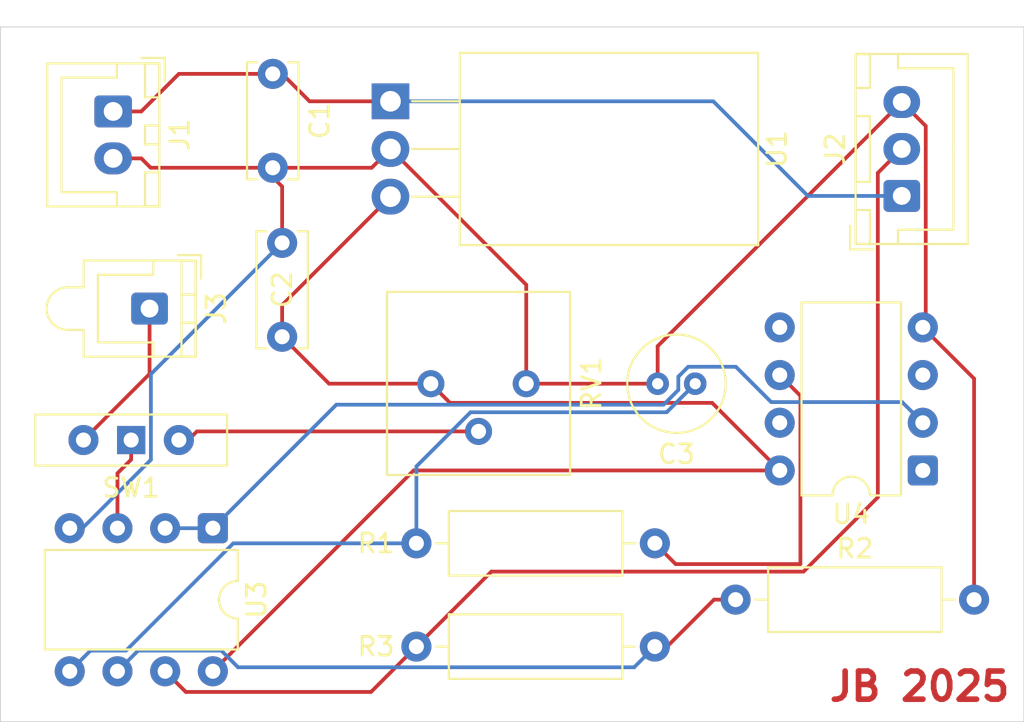
<source format=kicad_pcb>
(kicad_pcb (version 20241229) (generator "pcbnew") (generator_version "9.0")
  (layers (0 "F.Cu" signal) (2 "B.Cu" signal) (13 "F.Paste" user) (15 "B.Paste" user) (5 "F.SilkS" user "F.Silkscreen") (7 "B.SilkS" user "B.Silkscreen") (1 "F.Mask" user) (3 "B.Mask" user) (25 "Edge.Cuts" user))
  (net 0 "")
  (net 1 "GND")
  (net 2 "/5V")
  (net 3 "Net-(U3B-+)")
  (net 4 "/0-10V")
  (net 5 "Net-(U3B--)")
  (net 7 "Net-(U4-PB1)")
  (net 11 "12V")
  (net 12 "/ECU Input")
  (net 13 "/Input")
  (net 14 "/Testing 0-5V")
  (net 15 "/op-amped signal")
  (footprint "Connector_JST:JST_XH_B2B-XH-A_1x02_P2.50mm_Vertical" (layer "F.Cu") (at 50.5 37.5 -90)
    (property "Reference" "J1" (at 1.25 -3.55 90) (layer "F.SilkS"))
    (property "Value" "12V and GND")
    (fp_line (start -2.56 3.51) (end 5.06 3.51) (stroke (width 0.12)) (layer "F.SilkS"))
    (fp_line (start 5.06 3.51) (end 5.06 -2.46) (stroke (width 0.12)) (layer "F.SilkS"))
    (fp_line (start -1.8 2.75) (end 1.25 2.75) (stroke (width 0.12)) (layer "F.SilkS"))
    (fp_line (start 4.3 2.75) (end 1.25 2.75) (stroke (width 0.12)) (layer "F.SilkS"))
    (fp_line (start -2.55 -0.2) (end -1.8 -0.2) (stroke (width 0.12)) (layer "F.SilkS"))
    (fp_line (start -1.8 -0.2) (end -1.8 2.75) (stroke (width 0.12)) (layer "F.SilkS"))
    (fp_line (start 4.3 -0.2) (end 4.3 2.75) (stroke (width 0.12)) (layer "F.SilkS"))
    (fp_line (start 5.05 -0.2) (end 4.3 -0.2) (stroke (width 0.12)) (layer "F.SilkS"))
    (fp_line (start -2.55 -1.7) (end -0.75 -1.7) (stroke (width 0.12)) (layer "F.SilkS"))
    (fp_line (start -0.75 -1.7) (end -0.75 -2.45) (stroke (width 0.12)) (layer "F.SilkS"))
    (fp_line (start 0.75 -1.7) (end 1.75 -1.7) (stroke (width 0.12)) (layer "F.SilkS"))
    (fp_line (start 1.75 -1.7) (end 1.75 -2.45) (stroke (width 0.12)) (layer "F.SilkS"))
    (fp_line (start 3.25 -1.7) (end 5.05 -1.7) (stroke (width 0.12)) (layer "F.SilkS"))
    (fp_line (start 5.05 -1.7) (end 5.05 -2.45) (stroke (width 0.12)) (layer "F.SilkS"))
    (fp_line (start -2.55 -2.45) (end -2.55 -1.7) (stroke (width 0.12)) (layer "F.SilkS"))
    (fp_line (start -0.75 -2.45) (end -2.55 -2.45) (stroke (width 0.12)) (layer "F.SilkS"))
    (fp_line (start 0.75 -2.45) (end 0.75 -1.7) (stroke (width 0.12)) (layer "F.SilkS"))
    (fp_line (start 1.75 -2.45) (end 0.75 -2.45) (stroke (width 0.12)) (layer "F.SilkS"))
    (fp_line (start 3.25 -2.45) (end 3.25 -1.7) (stroke (width 0.12)) (layer "F.SilkS"))
    (fp_line (start 5.05 -2.45) (end 3.25 -2.45) (stroke (width 0.12)) (layer "F.SilkS"))
    (fp_line (start -2.56 -2.46) (end -2.56 3.51) (stroke (width 0.12)) (layer "F.SilkS"))
    (fp_line (start 5.06 -2.46) (end -2.56 -2.46) (stroke (width 0.12)) (layer "F.SilkS"))
    (fp_line (start -2.85 -2.75) (end -2.85 -1.5) (stroke (width 0.12)) (layer "F.SilkS"))
    (fp_line (start -1.6 -2.75) (end -2.85 -2.75) (stroke (width 0.12)) (layer "F.SilkS"))
    (pad "1" thru_hole roundrect (at 0 0 270) (size 1.7 2) (drill 1) (layers "*.Cu" "*.Mask") (roundrect_rratio 0.147059) (net 11 "12V"))
    (pad "2" thru_hole oval (at 2.5 0 270) (size 1.7 2) (drill 1) (layers "*.Cu" "*.Mask") (net 1 "GND"))
  )
  (footprint "Resistor_THT:R_Axial_DIN0309_L9.0mm_D3.2mm_P12.70mm_Horizontal" (layer "F.Cu") (at 83.65 63.5)
    (property "Reference" "R2" (at 6.35 -2.72 0) (layer "F.SilkS"))
    (property "Value" "10k")
    (fp_line (start 1.04 0) (end 1.73 0) (stroke (width 0.12)) (layer "F.SilkS"))
    (fp_line (start 1.73 -1.72) (end 1.73 1.72) (stroke (width 0.12)) (layer "F.SilkS"))
    (fp_line (start 1.73 1.72) (end 10.97 1.72) (stroke (width 0.12)) (layer "F.SilkS"))
    (fp_line (start 10.97 -1.72) (end 1.73 -1.72) (stroke (width 0.12)) (layer "F.SilkS"))
    (fp_line (start 10.97 1.72) (end 10.97 -1.72) (stroke (width 0.12)) (layer "F.SilkS"))
    (fp_line (start 11.66 0) (end 10.97 0) (stroke (width 0.12)) (layer "F.SilkS"))
    (pad "1" thru_hole circle (at 0 0) (size 1.6 1.6) (drill 0.8) (layers "*.Cu" "*.Mask") (net 5 "Net-(U3B--)"))
    (pad "2" thru_hole oval (at 12.7 0) (size 1.6 1.6) (drill 0.8) (layers "*.Cu" "*.Mask") (net 1 "GND"))
  )
  (footprint "Connector_JST:JST_XH_B1B-XH-AM_1x01_P2.50mm_Vertical" (layer "F.Cu") (at 52.44 48 -90)
    (property "Reference" "J3" (at 0 -3.55 90) (layer "F.SilkS"))
    (property "Value" "ECU Input")
    (fp_line (start -1.135 4.35) (end -1.135 3.51) (stroke (width 0.12)) (layer "F.SilkS"))
    (fp_line (start -2.56 3.51) (end -2.56 -2.46) (stroke (width 0.12)) (layer "F.SilkS"))
    (fp_line (start -1.135 3.51) (end -2.56 3.51) (stroke (width 0.12)) (layer "F.SilkS"))
    (fp_line (start 1.135 3.51) (end 1.135 4.35) (stroke (width 0.12)) (layer "F.SilkS"))
    (fp_line (start 2.56 3.51) (end 1.135 3.51) (stroke (width 0.12)) (layer "F.SilkS"))
    (fp_line (start -1.8 2.75) (end 0 2.75) (stroke (width 0.12)) (layer "F.SilkS"))
    (fp_line (start 1.8 2.75) (end 0 2.75) (stroke (width 0.12)) (layer "F.SilkS"))
    (fp_line (start -2.55 -0.2) (end -1.8 -0.2) (stroke (width 0.12)) (layer "F.SilkS"))
    (fp_line (start -1.8 -0.2) (end -1.8 2.75) (stroke (width 0.12)) (layer "F.SilkS"))
    (fp_line (start 1.8 -0.2) (end 1.8 2.75) (stroke (width 0.12)) (layer "F.SilkS"))
    (fp_line (start 2.55 -0.2) (end 1.8 -0.2) (stroke (width 0.12)) (layer "F.SilkS"))
    (fp_line (start -2.55 -1.7) (end -0.75 -1.7) (stroke (width 0.12)) (layer "F.SilkS"))
    (fp_line (start -0.75 -1.7) (end -0.75 -2.45) (stroke (width 0.12)) (layer "F.SilkS"))
    (fp_line (start -0.75 -1.7) (end -0.75 -2.45) (stroke (width 0.12)) (layer "F.SilkS"))
    (fp_line (start 0.75 -1.7) (end -0.75 -1.7) (stroke (width 0.12)) (layer "F.SilkS"))
    (fp_line (start 0.75 -1.7) (end 2.55 -1.7) (stroke (width 0.12)) (layer "F.SilkS"))
    (fp_line (start 2.55 -1.7) (end 2.55 -2.45) (stroke (width 0.12)) (layer "F.SilkS"))
    (fp_line (start -2.55 -2.45) (end -2.55 -1.7) (stroke (width 0.12)) (layer "F.SilkS"))
    (fp_line (start -0.75 -2.45) (end -2.55 -2.45) (stroke (width 0.12)) (layer "F.SilkS"))
    (fp_line (start -0.75 -2.45) (end 0.75 -2.45) (stroke (width 0.12)) (layer "F.SilkS"))
    (fp_line (start 0.75 -2.45) (end 0.75 -1.7) (stroke (width 0.12)) (layer "F.SilkS"))
    (fp_line (start 0.75 -2.45) (end 0.75 -1.7) (stroke (width 0.12)) (layer "F.SilkS"))
    (fp_line (start 2.55 -2.45) (end 0.75 -2.45) (stroke (width 0.12)) (layer "F.SilkS"))
    (fp_line (start -2.56 -2.46) (end 2.56 -2.46) (stroke (width 0.12)) (layer "F.SilkS"))
    (fp_line (start 2.56 -2.46) (end 2.56 3.51) (stroke (width 0.12)) (layer "F.SilkS"))
    (fp_line (start -2.85 -2.75) (end -2.85 -1.5) (stroke (width 0.12)) (layer "F.SilkS"))
    (fp_line (start -1.6 -2.75) (end -2.85 -2.75) (stroke (width 0.12)) (layer "F.SilkS"))
    (fp_arc (start 1.135 4.35) (mid 0 5.485) (end -1.135 4.35) (stroke (width 0.12)) (layer "F.SilkS"))
    (pad "" np_thru_hole circle (at 0 4.35 270) (size 1.75 1.75) (drill 1.75) (layers "*.Cu" "*.Mask"))
    (pad "1" thru_hole roundrect (at 0 0 270) (size 1.7 1.95) (drill 0.95) (layers "*.Cu" "*.Mask") (roundrect_rratio 0.147059) (net 12 "/ECU Input"))
  )
  (footprint "Package_DIP:DIP-8_W7.62mm" (layer "F.Cu") (at 55.81 59.695 -90)
    (property "Reference" "U3" (at 3.81 -2.33 90) (layer "F.SilkS"))
    (property "Value" "MCP6002-xP")
    (fp_line (start 1.16 8.95) (end 6.46 8.95) (stroke (width 0.12)) (layer "F.SilkS"))
    (fp_line (start 6.46 8.95) (end 6.46 -1.33) (stroke (width 0.12)) (layer "F.SilkS"))
    (fp_line (start 1.16 -1.33) (end 1.16 8.95) (stroke (width 0.12)) (layer "F.SilkS"))
    (fp_line (start 2.81 -1.33) (end 1.16 -1.33) (stroke (width 0.12)) (layer "F.SilkS"))
    (fp_line (start 6.46 -1.33) (end 4.81 -1.33) (stroke (width 0.12)) (layer "F.SilkS"))
    (fp_arc (start 4.81 -1.33) (mid 3.81 -0.33) (end 2.81 -1.33) (stroke (width 0.12)) (layer "F.SilkS"))
    (pad "1" thru_hole roundrect (at 0 0 270) (size 1.6 1.6) (drill 0.8) (layers "*.Cu" "*.Mask") (roundrect_rratio 0.15625) (net 15 "/op-amped signal"))
    (pad "2" thru_hole circle (at 0 2.54 270) (size 1.6 1.6) (drill 0.8) (layers "*.Cu" "*.Mask") (net 15 "/op-amped signal"))
    (pad "3" thru_hole circle (at 0 5.08 270) (size 1.6 1.6) (drill 0.8) (layers "*.Cu" "*.Mask") (net 13 "/Input"))
    (pad "4" thru_hole circle (at 0 7.62 270) (size 1.6 1.6) (drill 0.8) (layers "*.Cu" "*.Mask") (net 1 "GND"))
    (pad "5" thru_hole circle (at 7.62 7.62 270) (size 1.6 1.6) (drill 0.8) (layers "*.Cu" "*.Mask") (net 3 "Net-(U3B-+)"))
    (pad "6" thru_hole circle (at 7.62 5.08 270) (size 1.6 1.6) (drill 0.8) (layers "*.Cu" "*.Mask") (net 5 "Net-(U3B--)"))
    (pad "7" thru_hole circle (at 7.62 2.54 270) (size 1.6 1.6) (drill 0.8) (layers "*.Cu" "*.Mask") (net 4 "/0-10V"))
    (pad "8" thru_hole circle (at 7.62 0 270) (size 1.6 1.6) (drill 0.8) (layers "*.Cu" "*.Mask") (net 2 "/5V"))
  )
  (footprint "Connector_JST:JST_XH_B3B-XH-A_1x03_P2.50mm_Vertical" (layer "F.Cu") (at 92.5 42 90)
    (property "Reference" "J2" (at 2.5 -3.55 90) (layer "F.SilkS"))
    (property "Value" "12V / Signal / GND")
    (fp_line (start -1.6 -2.75) (end -2.85 -2.75) (stroke (width 0.12)) (layer "F.SilkS"))
    (fp_line (start -2.85 -2.75) (end -2.85 -1.5) (stroke (width 0.12)) (layer "F.SilkS"))
    (fp_line (start 7.56 -2.46) (end -2.56 -2.46) (stroke (width 0.12)) (layer "F.SilkS"))
    (fp_line (start -2.56 -2.46) (end -2.56 3.51) (stroke (width 0.12)) (layer "F.SilkS"))
    (fp_line (start 7.55 -2.45) (end 5.75 -2.45) (stroke (width 0.12)) (layer "F.SilkS"))
    (fp_line (start 5.75 -2.45) (end 5.75 -1.7) (stroke (width 0.12)) (layer "F.SilkS"))
    (fp_line (start 4.25 -2.45) (end 0.75 -2.45) (stroke (width 0.12)) (layer "F.SilkS"))
    (fp_line (start 0.75 -2.45) (end 0.75 -1.7) (stroke (width 0.12)) (layer "F.SilkS"))
    (fp_line (start -0.75 -2.45) (end -2.55 -2.45) (stroke (width 0.12)) (layer "F.SilkS"))
    (fp_line (start -2.55 -2.45) (end -2.55 -1.7) (stroke (width 0.12)) (layer "F.SilkS"))
    (fp_line (start 7.55 -1.7) (end 7.55 -2.45) (stroke (width 0.12)) (layer "F.SilkS"))
    (fp_line (start 5.75 -1.7) (end 7.55 -1.7) (stroke (width 0.12)) (layer "F.SilkS"))
    (fp_line (start 4.25 -1.7) (end 4.25 -2.45) (stroke (width 0.12)) (layer "F.SilkS"))
    (fp_line (start 0.75 -1.7) (end 4.25 -1.7) (stroke (width 0.12)) (layer "F.SilkS"))
    (fp_line (start -0.75 -1.7) (end -0.75 -2.45) (stroke (width 0.12)) (layer "F.SilkS"))
    (fp_line (start -2.55 -1.7) (end -0.75 -1.7) (stroke (width 0.12)) (layer "F.SilkS"))
    (fp_line (start 7.55 -0.2) (end 6.8 -0.2) (stroke (width 0.12)) (layer "F.SilkS"))
    (fp_line (start 6.8 -0.2) (end 6.8 2.75) (stroke (width 0.12)) (layer "F.SilkS"))
    (fp_line (start -1.8 -0.2) (end -1.8 2.75) (stroke (width 0.12)) (layer "F.SilkS"))
    (fp_line (start -2.55 -0.2) (end -1.8 -0.2) (stroke (width 0.12)) (layer "F.SilkS"))
    (fp_line (start 6.8 2.75) (end 2.5 2.75) (stroke (width 0.12)) (layer "F.SilkS"))
    (fp_line (start -1.8 2.75) (end 2.5 2.75) (stroke (width 0.12)) (layer "F.SilkS"))
    (fp_line (start 7.56 3.51) (end 7.56 -2.46) (stroke (width 0.12)) (layer "F.SilkS"))
    (fp_line (start -2.56 3.51) (end 7.56 3.51) (stroke (width 0.12)) (layer "F.SilkS"))
    (pad "1" thru_hole roundrect (at 0 0 90) (size 1.7 1.95) (drill 0.95) (layers "*.Cu" "*.Mask") (roundrect_rratio 0.147059) (net 11 "12V"))
    (pad "2" thru_hole oval (at 2.5 0 90) (size 1.7 1.95) (drill 0.95) (layers "*.Cu" "*.Mask") (net 4 "/0-10V"))
    (pad "3" thru_hole oval (at 5 0 90) (size 1.7 1.95) (drill 0.95) (layers "*.Cu" "*.Mask") (net 1 "GND"))
  )
  (footprint "Capacitor_THT:C_Disc_D6.0mm_W2.5mm_P5.00mm" (layer "F.Cu") (at 59 35.5 -90)
    (property "Reference" "C1" (at 2.5 -2.5 90) (layer "F.SilkS"))
    (property "Value" "0.33uF")
    (fp_line (start -0.62 1.37) (end 5.62 1.37) (stroke (width 0.12)) (layer "F.SilkS"))
    (fp_line (start -0.62 0.835) (end -0.62 1.37) (stroke (width 0.12)) (layer "F.SilkS"))
    (fp_line (start 5.62 0.835) (end 5.62 1.37) (stroke (width 0.12)) (layer "F.SilkS"))
    (fp_line (start -0.62 -1.37) (end -0.62 -0.835) (stroke (width 0.12)) (layer "F.SilkS"))
    (fp_line (start -0.62 -1.37) (end 5.62 -1.37) (stroke (width 0.12)) (layer "F.SilkS"))
    (fp_line (start 5.62 -1.37) (end 5.62 -0.835) (stroke (width 0.12)) (layer "F.SilkS"))
    (pad "1" thru_hole circle (at 0 0 270) (size 1.6 1.6) (drill 0.8) (layers "*.Cu" "*.Mask") (net 11 "12V"))
    (pad "2" thru_hole circle (at 5 0 270) (size 1.6 1.6) (drill 0.8) (layers "*.Cu" "*.Mask") (net 1 "GND"))
  )
  (footprint "Capacitor_THT:C_Disc_D6.0mm_W2.5mm_P5.00mm" (layer "F.Cu") (at 59.5 49.5 90)
    (property "Reference" "C2" (at 2.5 0 90) (layer "F.SilkS"))
    (property "Value" "0.1uF")
    (fp_line (start 5.62 -1.37) (end 5.62 -0.835) (stroke (width 0.12)) (layer "F.SilkS"))
    (fp_line (start -0.62 -1.37) (end 5.62 -1.37) (stroke (width 0.12)) (layer "F.SilkS"))
    (fp_line (start -0.62 -1.37) (end -0.62 -0.835) (stroke (width 0.12)) (layer "F.SilkS"))
    (fp_line (start 5.62 0.835) (end 5.62 1.37) (stroke (width 0.12)) (layer "F.SilkS"))
    (fp_line (start -0.62 0.835) (end -0.62 1.37) (stroke (width 0.12)) (layer "F.SilkS"))
    (fp_line (start -0.62 1.37) (end 5.62 1.37) (stroke (width 0.12)) (layer "F.SilkS"))
    (pad "1" thru_hole circle (at 0 0 90) (size 1.6 1.6) (drill 0.8) (layers "*.Cu" "*.Mask") (net 2 "/5V"))
    (pad "2" thru_hole circle (at 5 0 90) (size 1.6 1.6) (drill 0.8) (layers "*.Cu" "*.Mask") (net 1 "GND"))
  )
  (footprint "Package_DIP:DIP-8_W7.62mm" (layer "F.Cu") (at 93.62 56.62 180)
    (property "Reference" "U4" (at 3.81 -2.33 0) (layer "F.SilkS"))
    (property "Value" "ATtiny85-20P")
    (fp_line (start 6.46 8.95) (end 6.46 -1.33) (stroke (width 0.12)) (layer "F.SilkS"))
    (fp_line (start 6.46 -1.33) (end 4.81 -1.33) (stroke (width 0.12)) (layer "F.SilkS"))
    (fp_line (start 2.81 -1.33) (end 1.16 -1.33) (stroke (width 0.12)) (layer "F.SilkS"))
    (fp_line (start 1.16 8.95) (end 6.46 8.95) (stroke (width 0.12)) (layer "F.SilkS"))
    (fp_line (start 1.16 -1.33) (end 1.16 8.95) (stroke (width 0.12)) (layer "F.SilkS"))
    (fp_arc (start 4.81 -1.33) (mid 3.81 -0.33) (end 2.81 -1.33) (stroke (width 0.12)) (layer "F.SilkS"))
    (pad "1" thru_hole roundrect (at 0 0 180) (size 1.6 1.6) (drill 0.8) (layers "*.Cu" "*.Mask") (roundrect_rratio 0.15625))
    (pad "2" thru_hole circle (at 0 2.54 180) (size 1.6 1.6) (drill 0.8) (layers "*.Cu" "*.Mask") (net 15 "/op-amped signal"))
    (pad "3" thru_hole circle (at 0 5.08 180) (size 1.6 1.6) (drill 0.8) (layers "*.Cu" "*.Mask"))
    (pad "4" thru_hole circle (at 0 7.62 180) (size 1.6 1.6) (drill 0.8) (layers "*.Cu" "*.Mask") (net 1 "GND"))
    (pad "5" thru_hole circle (at 7.62 7.62 180) (size 1.6 1.6) (drill 0.8) (layers "*.Cu" "*.Mask"))
    (pad "6" thru_hole circle (at 7.62 5.08 180) (size 1.6 1.6) (drill 0.8) (layers "*.Cu" "*.Mask") (net 7 "Net-(U4-PB1)"))
    (pad "7" thru_hole circle (at 7.62 2.54 180) (size 1.6 1.6) (drill 0.8) (layers "*.Cu" "*.Mask"))
    (pad "8" thru_hole circle (at 7.62 0 180) (size 1.6 1.6) (drill 0.8) (layers "*.Cu" "*.Mask") (net 2 "/5V"))
  )
  (footprint "Resistor_THT:R_Axial_DIN0309_L9.0mm_D3.2mm_P12.70mm_Horizontal" (layer "F.Cu") (at 66.65 66)
    (property "Reference" "R3" (at -2.15 0 0) (layer "F.SilkS"))
    (property "Value" "10k")
    (fp_line (start 1.04 0) (end 1.73 0) (stroke (width 0.12)) (layer "F.SilkS"))
    (fp_line (start 1.73 -1.72) (end 1.73 1.72) (stroke (width 0.12)) (layer "F.SilkS"))
    (fp_line (start 1.73 1.72) (end 10.97 1.72) (stroke (width 0.12)) (layer "F.SilkS"))
    (fp_line (start 10.97 -1.72) (end 1.73 -1.72) (stroke (width 0.12)) (layer "F.SilkS"))
    (fp_line (start 10.97 1.72) (end 10.97 -1.72) (stroke (width 0.12)) (layer "F.SilkS"))
    (fp_line (start 11.66 0) (end 10.97 0) (stroke (width 0.12)) (layer "F.SilkS"))
    (pad "1" thru_hole circle (at 0 0) (size 1.6 1.6) (drill 0.8) (layers "*.Cu" "*.Mask") (net 4 "/0-10V"))
    (pad "2" thru_hole oval (at 12.7 0) (size 1.6 1.6) (drill 0.8) (layers "*.Cu" "*.Mask") (net 5 "Net-(U3B--)"))
  )
  (footprint "Package_TO_SOT_THT:TO-220-3_Horizontal_TabDown" (layer "F.Cu") (at 65.27 36.96 -90)
    (property "Reference" "U1" (at 2.54 -20.58 90) (layer "F.SilkS"))
    (property "Value" "L7805")
    (fp_line (start -2.58 -3.69) (end 7.66 -3.69) (stroke (width 0.12)) (layer "F.SilkS"))
    (fp_line (start 0 -3.69) (end 0 -1.15) (stroke (width 0.12)) (layer "F.SilkS"))
    (fp_line (start 2.54 -3.69) (end 2.54 -1.15) (stroke (width 0.12)) (layer "F.SilkS"))
    (fp_line (start 5.08 -3.69) (end 5.08 -1.15) (stroke (width 0.12)) (layer "F.SilkS"))
    (fp_line (start -2.58 -19.58) (end -2.58 -3.69) (stroke (width 0.12)) (layer "F.SilkS"))
    (fp_line (start -2.58 -19.58) (end 7.66 -19.58) (stroke (width 0.12)) (layer "F.SilkS"))
    (fp_line (start 7.66 -19.58) (end 7.66 -3.69) (stroke (width 0.12)) (layer "F.SilkS"))
    (pad "" np_thru_hole circle (at 2.54 -16.66 270) (size 3.5 3.5) (drill 3.5) (layers "*.Cu" "*.Mask"))
    (pad "1" thru_hole rect (at 0 0 270) (size 1.905 2) (drill 1.1) (layers "*.Cu" "*.Mask") (net 11 "12V"))
    (pad "2" thru_hole oval (at 2.54 0 270) (size 1.905 2) (drill 1.1) (layers "*.Cu" "*.Mask") (net 1 "GND"))
    (pad "3" thru_hole oval (at 5.08 0 270) (size 1.905 2) (drill 1.1) (layers "*.Cu" "*.Mask") (net 2 "/5V"))
  )
  (footprint "Button_Switch_THT:SW_Slide-03_Wuerth-WS-SLTV_10x2.5x6.4_P2.54mm" (layer "F.Cu") (at 51.46 55 180)
    (property "Reference" "SW1" (at 0 -2.54 0) (layer "F.SilkS"))
    (property "Value" "SW_SPDT")
    (fp_rect (start -5.11 -1.36) (end 5.11 1.36) (stroke (width 0.12)) (fill no) (layer "F.SilkS"))
    (pad "1" thru_hole rect (at 0 0 180) (size 1.5 1.5) (drill 0.8) (layers "*.Cu" "*.Mask") (net 13 "/Input"))
    (pad "2" thru_hole circle (at -2.54 0 180) (size 1.6 1.6) (drill 0.8) (layers "*.Cu" "*.Mask") (net 14 "/Testing 0-5V"))
    (pad "3" thru_hole circle (at 2.54 0 180) (size 1.6 1.6) (drill 0.8) (layers "*.Cu" "*.Mask") (net 12 "/ECU Input"))
  )
  (footprint "Resistor_THT:R_Axial_DIN0309_L9.0mm_D3.2mm_P12.70mm_Horizontal" (layer "F.Cu") (at 79.35 60.5 180)
    (property "Reference" "R1" (at 14.85 0 0) (layer "F.SilkS"))
    (property "Value" "1k")
    (fp_line (start 11.66 0) (end 10.97 0) (stroke (width 0.12)) (layer "F.SilkS"))
    (fp_line (start 10.97 1.72) (end 10.97 -1.72) (stroke (width 0.12)) (layer "F.SilkS"))
    (fp_line (start 10.97 -1.72) (end 1.73 -1.72) (stroke (width 0.12)) (layer "F.SilkS"))
    (fp_line (start 1.73 1.72) (end 10.97 1.72) (stroke (width 0.12)) (layer "F.SilkS"))
    (fp_line (start 1.73 -1.72) (end 1.73 1.72) (stroke (width 0.12)) (layer "F.SilkS"))
    (fp_line (start 1.04 0) (end 1.73 0) (stroke (width 0.12)) (layer "F.SilkS"))
    (pad "1" thru_hole circle (at 0 0 180) (size 1.6 1.6) (drill 0.8) (layers "*.Cu" "*.Mask") (net 7 "Net-(U4-PB1)"))
    (pad "2" thru_hole oval (at 12.7 0 180) (size 1.6 1.6) (drill 0.8) (layers "*.Cu" "*.Mask") (net 3 "Net-(U3B-+)"))
  )
  (footprint "Potentiometer_THT:Potentiometer_Bourns_3386P_Vertical" (layer "F.Cu") (at 67.42 52 -90)
    (property "Reference" "RV1" (at -0.015 -8.555 90) (layer "F.SilkS"))
    (property "Value" "R_Potentiometer")
    (fp_line (start -4.89 2.335) (end 4.86 2.335) (stroke (width 0.12)) (layer "F.SilkS"))
    (fp_line (start -4.89 -7.415) (end -4.89 2.335) (stroke (width 0.12)) (layer "F.SilkS"))
    (fp_line (start -4.89 -7.415) (end 4.86 -7.415) (stroke (width 0.12)) (layer "F.SilkS"))
    (fp_line (start 4.86 -7.415) (end 4.86 2.335) (stroke (width 0.12)) (layer "F.SilkS"))
    (pad "1" thru_hole circle (at 0 0 270) (size 1.44 1.44) (drill 0.8) (layers "*.Cu" "*.Mask") (net 2 "/5V"))
    (pad "2" thru_hole circle (at 2.54 -2.54 270) (size 1.44 1.44) (drill 0.8) (layers "*.Cu" "*.Mask") (net 14 "/Testing 0-5V"))
    (pad "3" thru_hole circle (at 0 -5.08 270) (size 1.44 1.44) (drill 0.8) (layers "*.Cu" "*.Mask") (net 1 "GND"))
  )
  (footprint "Capacitor_THT:C_Radial_D5.0mm_H7.0mm_P2.00mm" (layer "F.Cu") (at 81.5 52 180)
    (property "Reference" "C3" (at 1 -3.75 0) (layer "F.SilkS"))
    (property "Value" "10uF")
    (fp_circle (center 1 0) (end 3.62 0) (stroke (width 0.12)) (fill no) (layer "F.SilkS"))
    (pad "1" thru_hole circle (at 0 0 180) (size 1.2 1.2) (drill 0.6) (layers "*.Cu" "*.Mask") (net 3 "Net-(U3B-+)"))
    (pad "2" thru_hole circle (at 2 0 180) (size 1.2 1.2) (drill 0.6) (layers "*.Cu" "*.Mask") (net 1 "GND"))
  )
  (gr_rect (start 44.5 33) (end 99 70) (stroke (width 0.05)) (fill no) (layer "Edge.Cuts"))
  (gr_text "JB 2025" (at 88.5 69 0) (layer "F.Cu") (effects (font (size 1.5 1.5) (thickness 0.3) (bold yes)) (justify left bottom)))
  (segment (start 50.5 40) (end 52 40) (width 0.2) (layer "F.Cu") (net 1))
  (segment (start 64.27 40.5) (end 65.27 39.5) (width 0.2) (layer "F.Cu") (net 1))
  (segment (start 72.5 46.73) (end 72.5 52) (width 0.2) (layer "F.Cu") (net 1))
  (segment (start 79.5 50) (end 92.5 37) (width 0.2) (layer "F.Cu") (net 1))
  (segment (start 96.35 63.5) (end 96.35 51.73) (width 0.2) (layer "F.Cu") (net 1))
  (segment (start 59 40.5) (end 59 41) (width 0.2) (layer "F.Cu") (net 1))
  (segment (start 93.776 38.276) (end 93.776 48.844) (width 0.2) (layer "F.Cu") (net 1))
  (segment (start 93.776 48.844) (end 93.62 49) (width 0.2) (layer "F.Cu") (net 1))
  (segment (start 65.27 39.5) (end 72.5 46.73) (width 0.2) (layer "F.Cu") (net 1))
  (segment (start 96.35 51.73) (end 93.62 49) (width 0.2) (layer "F.Cu") (net 1))
  (segment (start 59 40.5) (end 64.27 40.5) (width 0.2) (layer "F.Cu") (net 1))
  (segment (start 52.5 40.5) (end 59 40.5) (width 0.2) (layer "F.Cu") (net 1))
  (segment (start 59.5 41.5) (end 59.5 44.5) (width 0.2) (layer "F.Cu") (net 1))
  (segment (start 52 40) (end 52.5 40.5) (width 0.2) (layer "F.Cu") (net 1))
  (segment (start 79.5 52) (end 79.5 50) (width 0.2) (layer "F.Cu") (net 1))
  (segment (start 92.5 37) (end 93.776 38.276) (width 0.2) (layer "F.Cu") (net 1))
  (segment (start 59 41) (end 59.5 41.5) (width 0.2) (layer "F.Cu") (net 1))
  (segment (start 72.5 52) (end 79.5 52) (width 0.2) (layer "F.Cu") (net 1))
  (segment (start 48.19 59.695) (end 48.867 59.695) (width 0.2) (layer "B.Cu") (net 1))
  (segment (start 48.867 59.695) (end 52.511 56.051) (width 0.2) (layer "B.Cu") (net 1))
  (segment (start 52.511 51.489) (end 59.5 44.5) (width 0.2) (layer "B.Cu") (net 1))
  (segment (start 52.511 56.051) (end 52.511 51.489) (width 0.2) (layer "B.Cu") (net 1))
  (segment (start 66.505 56.62) (end 86 56.62) (width 0.2) (layer "F.Cu") (net 2))
  (segment (start 59.5 47.81) (end 65.27 42.04) (width 0.2) (layer "F.Cu") (net 2))
  (segment (start 55.81 67.315) (end 66.505 56.62) (width 0.2) (layer "F.Cu") (net 2))
  (segment (start 67.42 52) (end 68.441 53.021) (width 0.2) (layer "F.Cu") (net 2))
  (segment (start 67.42 52) (end 62 52) (width 0.2) (layer "F.Cu") (net 2))
  (segment (start 82.401 53.021) (end 86 56.62) (width 0.2) (layer "F.Cu") (net 2))
  (segment (start 68.441 53.021) (end 82.401 53.021) (width 0.2) (layer "F.Cu") (net 2))
  (segment (start 59.5 49.5) (end 59.5 47.81) (width 0.2) (layer "F.Cu") (net 2))
  (segment (start 62 52) (end 59.5 49.5) (width 0.2) (layer "F.Cu") (net 2))
  (segment (start 56.90005 60.5) (end 51.18605 66.214) (width 0.2) (layer "B.Cu") (net 3))
  (segment (start 66.65 56.406087) (end 66.65 60.5) (width 0.2) (layer "B.Cu") (net 3))
  (segment (start 69.537087 53.519) (end 66.65 56.406087) (width 0.2) (layer "B.Cu") (net 3))
  (segment (start 79.981 53.519) (end 69.537087 53.519) (width 0.2) (layer "B.Cu") (net 3))
  (segment (start 51.18605 66.214) (end 49.291 66.214) (width 0.2) (layer "B.Cu") (net 3))
  (segment (start 81.5 52) (end 79.981 53.519) (width 0.2) (layer "B.Cu") (net 3))
  (segment (start 66.65 60.5) (end 56.90005 60.5) (width 0.2) (layer "B.Cu") (net 3))
  (segment (start 49.291 66.214) (end 48.19 67.315) (width 0.2) (layer "B.Cu") (net 3))
  (segment (start 91.224 40.776) (end 92.5 39.5) (width 0.2) (layer "F.Cu") (net 4))
  (segment (start 66.65 66) (end 64.234 68.416) (width 0.2) (layer "F.Cu") (net 4))
  (segment (start 87.2671 62.00705) (end 91.224 58.05015) (width 0.2) (layer "F.Cu") (net 4))
  (segment (start 54.371 68.416) (end 53.27 67.315) (width 0.2) (layer "F.Cu") (net 4))
  (segment (start 91.224 58.05015) (end 91.224 40.776) (width 0.2) (layer "F.Cu") (net 4))
  (segment (start 70.64295 62.00705) (end 87.2671 62.00705) (width 0.2) (layer "F.Cu") (net 4))
  (segment (start 66.65 66) (end 70.64295 62.00705) (width 0.2) (layer "F.Cu") (net 4))
  (segment (start 64.234 68.416) (end 54.371 68.416) (width 0.2) (layer "F.Cu") (net 4))
  (segment (start 80 66) (end 82.5 63.5) (width 0.2) (layer "F.Cu") (net 5))
  (segment (start 82.5 63.5) (end 83.65 63.5) (width 0.2) (layer "F.Cu") (net 5))
  (segment (start 79.35 66) (end 80 66) (width 0.2) (layer "F.Cu") (net 5))
  (segment (start 79.35 66) (end 78.249 67.101) (width 0.2) (layer "B.Cu") (net 5))
  (segment (start 51.831 66.214) (end 50.73 67.315) (width 0.2) (layer "B.Cu") (net 5))
  (segment (start 78.249 67.101) (end 57.15305 67.101) (width 0.2) (layer "B.Cu") (net 5))
  (segment (start 56.26605 66.214) (end 51.831 66.214) (width 0.2) (layer "B.Cu") (net 5))
  (segment (start 57.15305 67.101) (end 56.26605 66.214) (width 0.2) (layer "B.Cu") (net 5))
  (segment (start 80.45605 61.60605) (end 87.101 61.60605) (width 0.2) (layer "F.Cu") (net 7))
  (segment (start 87.101 61.60605) (end 87.101 52.641) (width 0.2) (layer "F.Cu") (net 7))
  (segment (start 87.101 52.641) (end 86 51.54) (width 0.2) (layer "F.Cu") (net 7))
  (segment (start 79.35 60.5) (end 80.45605 61.60605) (width 0.2) (layer "F.Cu") (net 7))
  (segment (start 54 35.5) (end 59 35.5) (width 0.2) (layer "F.Cu") (net 11))
  (segment (start 60.96 36.96) (end 65.27 36.96) (width 0.2) (layer "F.Cu") (net 11))
  (segment (start 59.5 35.5) (end 60.96 36.96) (width 0.2) (layer "F.Cu") (net 11))
  (segment (start 52 37.5) (end 54 35.5) (width 0.2) (layer "F.Cu") (net 11))
  (segment (start 59 35.5) (end 59.5 35.5) (width 0.2) (layer "F.Cu") (net 11))
  (segment (start 50.5 37.5) (end 52 37.5) (width 0.2) (layer "F.Cu") (net 11))
  (segment (start 87.5 42) (end 92.5 42) (width 0.2) (layer "B.Cu") (net 11))
  (segment (start 82.46 36.96) (end 87.5 42) (width 0.2) (layer "B.Cu") (net 11))
  (segment (start 65.27 36.96) (end 82.46 36.96) (width 0.2) (layer "B.Cu") (net 11))
  (segment (start 52.44 51.48) (end 48.92 55) (width 0.2) (layer "F.Cu") (net 12))
  (segment (start 48.92 55) (end 48.92 55.345) (width 0.2) (layer "F.Cu") (net 12))
  (segment (start 52.44 48) (end 52.44 51.48) (width 0.2) (layer "F.Cu") (net 12))
  (segment (start 51.46 56.04) (end 50.73 56.77) (width 0.2) (layer "F.Cu") (net 13))
  (segment (start 51.46 55) (end 51.46 54.54) (width 0.2) (layer "F.Cu") (net 13))
  (segment (start 50.73 56.77) (end 50.73 59.695) (width 0.2) (layer "F.Cu") (net 13))
  (segment (start 51.46 55) (end 51.46 56.04) (width 0.2) (layer "F.Cu") (net 13))
  (segment (start 54.96 54.54) (end 69.96 54.54) (width 0.2) (layer "F.Cu") (net 14))
  (segment (start 69.96 54.54) (end 70 54.5) (width 0.2) (layer "F.Cu") (net 14))
  (segment (start 54.5 55) (end 54.96 54.54) (width 0.2) (layer "F.Cu") (net 14))
  (segment (start 54 55) (end 54.5 55) (width 0.2) (layer "F.Cu") (net 14))
  (segment (start 53.5 59.5) (end 53.695 59.695) (width 0.2) (layer "F.Cu") (net 15))
  (segment (start 53.305 59.695) (end 53.5 59.5) (width 0.2) (layer "F.Cu") (net 15))
  (segment (start 53.27 59.695) (end 53.305 59.695) (width 0.2) (layer "F.Cu") (net 15))
  (segment (start 80.599 52.3339) (end 80.599 51.626793) (width 0.2) (layer "B.Cu") (net 15))
  (segment (start 81.126793 51.099) (end 83.66395 51.099) (width 0.2) (layer "B.Cu") (net 15))
  (segment (start 79.8149 53.118) (end 80.599 52.3339) (width 0.2) (layer "B.Cu") (net 15))
  (segment (start 53.27 59.695) (end 55.81 59.695) (width 0.2) (layer "B.Cu") (net 15))
  (segment (start 92.519 52.979) (end 93.62 54.08) (width 0.2) (layer "B.Cu") (net 15))
  (segment (start 62.387 53.118) (end 79.8149 53.118) (width 0.2) (layer "B.Cu") (net 15))
  (segment (start 80.599 51.626793) (end 81.126793 51.099) (width 0.2) (layer "B.Cu") (net 15))
  (segment (start 55.81 59.695) (end 62.387 53.118) (width 0.2) (layer "B.Cu") (net 15))
  (segment (start 83.66395 51.099) (end 85.54395 52.979) (width 0.2) (layer "B.Cu") (net 15))
  (segment (start 85.54395 52.979) (end 92.519 52.979) (width 0.2) (layer "B.Cu") (net 15))
)
</source>
